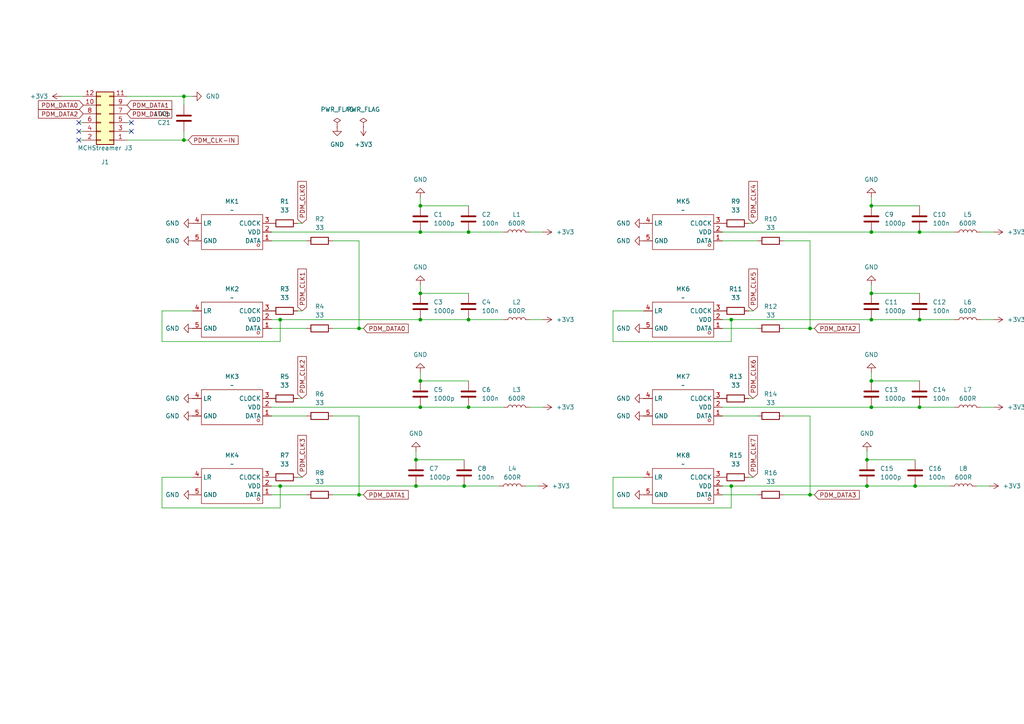
<source format=kicad_sch>
(kicad_sch (version 20231120) (generator "eeschema") (generator_version "8.0")
  (paper "A4")
  (lib_symbols
    (symbol "74LCX125MTCX:74LCX125MTCX"
      (property "Reference" "IC" (at 24.13 7.62 0))
      (property "Value" "74LCX125MTCX" (at 24.13 5.08 0))
      (symbol "74LCX125MTCX_1_1"
        (pin passive line (at 0 0 0) (length 5.08) (name "~{OE0}") (number "1"))
        (pin passive line (at 27.94 -10.16 180) (length 5.08) (name "~{OE3}") (number "10"))
        (pin passive line (at 27.94 -7.62 180) (length 5.08) (name "O2") (number "11"))
        (pin passive line (at 27.94 -5.08 180) (length 5.08) (name "A2") (number "12"))
        (pin passive line (at 27.94 -2.54 180) (length 5.08) (name "~{OE2}") (number "13"))
        (pin passive line (at 27.94 0 180) (length 5.08) (name "VCC") (number "14"))
        (pin passive line (at 0 -2.54 0) (length 5.08) (name "A0") (number "2"))
        (pin passive line (at 0 -5.08 0) (length 5.08) (name "O0") (number "3"))
        (pin passive line (at 0 -7.62 0) (length 5.08) (name "~{OE1}") (number "4"))
        (pin passive line (at 0 -10.16 0) (length 5.08) (name "A1") (number "5"))
        (pin passive line (at 0 -12.7 0) (length 5.08) (name "O1") (number "6"))
        (pin passive line (at 0 -15.24 0) (length 5.08) (name "GND") (number "7"))
        (pin passive line (at 27.94 -15.24 180) (length 5.08) (name "O3") (number "8"))
        (pin passive line (at 27.94 -12.7 180) (length 5.08) (name "A3") (number "9"))
      )
    )
    (symbol "Connector_Generic:Conn_02x06_Odd_Even" (pin_names (offset 1.016) hide)
      (property "Reference" "J" (at 1.27 7.62 0))
      (property "Value" "Conn_02x06_Odd_Even" (at 1.27 -10.16 0))
      (symbol "Conn_02x06_Odd_Even_1_1"
        (pin passive line (at -5.08 5.08 0) (length 3.81) (name "Pin_1") (number "1"))
        (pin passive line (at 7.62 -5.08 180) (length 3.81) (name "Pin_10") (number "10"))
        (pin passive line (at -5.08 -7.62 0) (length 3.81) (name "Pin_11") (number "11"))
        (pin passive line (at 7.62 -7.62 180) (length 3.81) (name "Pin_12") (number "12"))
        (pin passive line (at 7.62 5.08 180) (length 3.81) (name "Pin_2") (number "2"))
        (pin passive line (at -5.08 2.54 0) (length 3.81) (name "Pin_3") (number "3"))
        (pin passive line (at 7.62 2.54 180) (length 3.81) (name "Pin_4") (number "4"))
        (pin passive line (at -5.08 0 0) (length 3.81) (name "Pin_5") (number "5"))
        (pin passive line (at 7.62 0 180) (length 3.81) (name "Pin_6") (number "6"))
        (pin passive line (at -5.08 -2.54 0) (length 3.81) (name "Pin_7") (number "7"))
        (pin passive line (at 7.62 -2.54 180) (length 3.81) (name "Pin_8") (number "8"))
        (pin passive line (at -5.08 -5.08 0) (length 3.81) (name "Pin_9") (number "9"))
      )
    )
    (symbol "Device:C" (pin_numbers hide) (pin_names (offset 0.254))
      (property "Reference" "C" (at 0.635 2.54 0))
      (property "Value" "C" (at 0.635 -2.54 0))
      (symbol "C_1_1"
        (pin passive line (at 0 3.81 270) (length 2.794) (name "~") (number "1"))
        (pin passive line (at 0 -3.81 90) (length 2.794) (name "~") (number "2"))
      )
    )
    (symbol "Device:L" (pin_numbers hide) (pin_names (offset 1.016) hide)
      (property "Reference" "L" (at -1.27 0 90))
      (property "Value" "L" (at 1.905 0 90))
      (symbol "L_1_1"
        (pin passive line (at 0 3.81 270) (length 1.27) (name "1") (number "1"))
        (pin passive line (at 0 -3.81 90) (length 1.27) (name "2") (number "2"))
      )
    )
    (symbol "Device:R" (pin_numbers hide) (pin_names (offset 0))
      (property "Reference" "R" (at 2.032 0 90))
      (property "Value" "R" (at 0 0 90))
      (symbol "R_1_1"
        (pin passive line (at 0 3.81 270) (length 1.27) (name "~") (number "1"))
        (pin passive line (at 0 -3.81 90) (length 1.27) (name "~") (number "2"))
      )
    )
    (symbol "ProLib_pcs_2024-08-11:IM73D122V01XTMA1"
      (property "Reference" "U?" (at 0 0 0))
      (symbol "IM73D122V01XTMA1_1_0"
        (pin unspecified line (at -11.43 2.54 0) (length 2.54) (name "DATA") (number "1"))
        (pin unspecified line (at -11.43 0 0) (length 2.54) (name "VDD") (number "2"))
        (pin unspecified line (at -11.43 -2.54 0) (length 2.54) (name "CLOCK") (number "3"))
        (pin unspecified line (at 11.43 -2.54 180) (length 2.54) (name "LR") (number "4"))
        (pin unspecified line (at 11.43 2.54 180) (length 2.54) (name "GND") (number "5"))
      )
    )
    (symbol "power:+3V3" (power) (pin_numbers hide) (pin_names (offset 0) hide)
      (property "Value" "+3V3" (at 0 3.556 0))
      (symbol "+3V3_1_1"
        (pin power_in line (at 0 0 90) (length 0) (name "~") (number "1"))
      )
    )
    (symbol "power:GND" (power) (pin_numbers hide) (pin_names (offset 0) hide)
      (property "Value" "GND" (at 0 -3.81 0))
      (symbol "GND_1_1"
        (pin power_in line (at 0 0 270) (length 0) (name "~") (number "1"))
      )
    )
    (symbol "power:PWR_FLAG" (power) (pin_numbers hide) (pin_names (offset 0) hide)
      (property "Value" "PWR_FLAG" (at 0 3.81 0))
      (symbol "PWR_FLAG_0_0"
        (pin power_out line (at 0 0 90) (length 0) (name "~") (number "1"))
      )
    )
  )
  (junction (at 135.89 67.31))
  (junction (at 135.89 92.71))
  (junction (at 251.46 140.97))
  (junction (at 104.14 95.25))
  (junction (at 252.73 92.71))
  (junction (at 251.46 133.35))
  (junction (at 266.7 118.11))
  (junction (at 212.09 140.97))
  (junction (at 62.23 255.27))
  (junction (at 198.12 242.57))
  (junction (at 256.54 232.41))
  (junction (at 81.28 140.97))
  (junction (at 234.95 95.25))
  (junction (at 120.65 140.97))
  (junction (at 128.27 240.03))
  (junction (at 238.76 245.11))
  (junction (at 114.3 240.03))
  (junction (at 121.92 92.71))
  (junction (at 92.71 250.19))
  (junction (at 96.52 245.11))
  (junction (at 198.12 236.22))
  (junction (at 212.09 92.71))
  (junction (at 59.69 247.65))
  (junction (at 121.92 118.11))
  (junction (at 265.43 140.97))
  (junction (at 234.95 143.51))
  (junction (at 270.51 240.03))
  (junction (at 55.88 242.57))
  (junction (at 252.73 59.69))
  (junction (at 121.92 67.31))
  (junction (at 121.92 110.49))
  (junction (at 266.7 92.71))
  (junction (at 252.73 110.49))
  (junction (at 104.14 143.51))
  (junction (at 134.62 140.97))
  (junction (at 252.73 67.31))
  (junction (at 252.73 85.09))
  (junction (at 204.47 255.27))
  (junction (at 135.89 118.11))
  (junction (at 256.54 240.03))
  (junction (at 121.92 59.69))
  (junction (at 252.73 118.11))
  (junction (at 81.28 92.71))
  (junction (at 121.92 85.09))
  (junction (at 53.34 40.64))
  (junction (at 201.93 247.65))
  (junction (at 114.3 232.41))
  (junction (at 266.7 67.31))
  (junction (at 234.95 250.19))
  (junction (at 53.34 27.94))
  (junction (at 120.65 133.35))
  (junction (at 55.88 236.22))
  (no_connect (at 38.1 38.1))
  (no_connect (at 22.86 40.64))
  (no_connect (at 22.86 35.56))
  (no_connect (at 22.86 38.1))
  (no_connect (at 38.1 35.56))
  (wire (pts (xy 193.04 245.11) (xy 204.47 245.11)))
  (wire (pts (xy 252.73 107.95) (xy 252.73 110.49)))
  (wire (pts (xy 38.1 38.1) (xy 36.83 38.1)))
  (wire (pts (xy 234.95 143.51) (xy 236.22 143.51)))
  (wire (pts (xy 198.12 236.22) (xy 198.12 242.57)))
  (wire (pts (xy 90.17 247.65) (xy 100.33 247.65)))
  (wire (pts (xy 46.99 99.06) (xy 81.28 99.06)))
  (wire (pts (xy 212.09 99.06) (xy 212.09 92.71)))
  (wire (pts (xy 234.95 250.19) (xy 234.95 264.16)))
  (wire (pts (xy 59.69 247.65) (xy 59.69 255.27)))
  (wire (pts (xy 201.93 247.65) (xy 201.93 255.27)))
  (wire (pts (xy 152.4 140.97) (xy 156.21 140.97)))
  (wire (pts (xy 81.28 99.06) (xy 81.28 92.71)))
  (wire (pts (xy 55.88 242.57) (xy 62.23 242.57)))
  (wire (pts (xy 62.23 240.03) (xy 59.69 240.03)))
  (wire (pts (xy 114.3 240.03) (xy 128.27 240.03)))
  (wire (pts (xy 256.54 232.41) (xy 270.51 232.41)))
  (wire (pts (xy 217.17 138.43) (xy 218.44 138.43)))
  (wire (pts (xy 250.19 247.65) (xy 254 247.65)))
  (wire (pts (xy 209.55 95.25) (xy 219.71 95.25)))
  (wire (pts (xy 153.67 92.71) (xy 157.48 92.71)))
  (wire (pts (xy 39.37 245.11) (xy 43.18 245.11)))
  (wire (pts (xy 251.46 140.97) (xy 265.43 140.97)))
  (wire (pts (xy 104.14 95.25) (xy 105.41 95.25)))
  (wire (pts (xy 53.34 27.94) (xy 53.34 30.48)))
  (wire (pts (xy 46.99 90.17) (xy 55.88 90.17)))
  (wire (pts (xy 198.12 242.57) (xy 204.47 242.57)))
  (wire (pts (xy 252.73 110.49) (xy 266.7 110.49)))
  (wire (pts (xy 96.52 252.73) (xy 96.52 245.11)))
  (wire (pts (xy 81.28 140.97) (xy 120.65 140.97)))
  (wire (pts (xy 121.92 110.49) (xy 135.89 110.49)))
  (wire (pts (xy 114.3 232.41) (xy 128.27 232.41)))
  (wire (pts (xy 90.17 242.57) (xy 92.71 242.57)))
  (wire (pts (xy 121.92 82.55) (xy 121.92 85.09)))
  (wire (pts (xy 252.73 92.71) (xy 266.7 92.71)))
  (wire (pts (xy 251.46 130.81) (xy 251.46 133.35)))
  (wire (pts (xy 104.14 69.85) (xy 104.14 95.25)))
  (wire (pts (xy 177.8 99.06) (xy 212.09 99.06)))
  (wire (pts (xy 252.73 85.09) (xy 266.7 85.09)))
  (wire (pts (xy 50.8 245.11) (xy 62.23 245.11)))
  (wire (pts (xy 252.73 82.55) (xy 252.73 85.09)))
  (wire (pts (xy 121.92 107.95) (xy 121.92 110.49)))
  (wire (pts (xy 238.76 252.73) (xy 238.76 245.11)))
  (wire (pts (xy 135.89 118.11) (xy 146.05 118.11)))
  (wire (pts (xy 227.33 143.51) (xy 234.95 143.51)))
  (wire (pts (xy 153.67 67.31) (xy 157.48 67.31)))
  (wire (pts (xy 201.93 247.65) (xy 204.47 247.65)))
  (wire (pts (xy 209.55 120.65) (xy 219.71 120.65)))
  (wire (pts (xy 59.69 247.65) (xy 62.23 247.65)))
  (wire (pts (xy 78.74 120.65) (xy 88.9 120.65)))
  (wire (pts (xy 92.71 250.19) (xy 92.71 264.16)))
  (wire (pts (xy 87.63 64.77) (xy 86.36 64.77)))
  (wire (pts (xy 120.65 133.35) (xy 134.62 133.35)))
  (wire (pts (xy 234.95 95.25) (xy 227.33 95.25)))
  (wire (pts (xy 86.36 90.17) (xy 87.63 90.17)))
  (wire (pts (xy 121.92 57.15) (xy 121.92 59.69)))
  (wire (pts (xy 78.74 140.97) (xy 81.28 140.97)))
  (wire (pts (xy 209.55 92.71) (xy 212.09 92.71)))
  (wire (pts (xy 22.86 40.64) (xy 24.13 40.64)))
  (wire (pts (xy 104.14 143.51) (xy 105.41 143.51)))
  (wire (pts (xy 22.86 35.56) (xy 24.13 35.56)))
  (wire (pts (xy 232.41 252.73) (xy 238.76 252.73)))
  (wire (pts (xy 90.17 250.19) (xy 92.71 250.19)))
  (wire (pts (xy 90.17 255.27) (xy 100.33 255.27)))
  (wire (pts (xy 232.41 240.03) (xy 256.54 240.03)))
  (wire (pts (xy 128.27 240.03) (xy 138.43 240.03)))
  (wire (pts (xy 184.15 236.22) (xy 185.42 236.22)))
  (wire (pts (xy 134.62 140.97) (xy 144.78 140.97)))
  (wire (pts (xy 81.28 92.71) (xy 121.92 92.71)))
  (wire (pts (xy 198.12 250.19) (xy 198.12 242.57)))
  (wire (pts (xy 234.95 69.85) (xy 227.33 69.85)))
  (wire (pts (xy 232.41 245.11) (xy 238.76 245.11)))
  (wire (pts (xy 201.93 255.27) (xy 204.47 255.27)))
  (wire (pts (xy 120.65 140.97) (xy 134.62 140.97)))
  (wire (pts (xy 87.63 115.57) (xy 86.36 115.57)))
  (wire (pts (xy 104.14 69.85) (xy 96.52 69.85)))
  (wire (pts (xy 22.86 38.1) (xy 24.13 38.1)))
  (wire (pts (xy 212.09 140.97) (xy 251.46 140.97)))
  (wire (pts (xy 55.88 250.19) (xy 55.88 242.57)))
  (wire (pts (xy 209.55 143.51) (xy 219.71 143.51)))
  (wire (pts (xy 96.52 143.51) (xy 104.14 143.51)))
  (wire (pts (xy 86.36 138.43) (xy 87.63 138.43)))
  (wire (pts (xy 78.74 92.71) (xy 81.28 92.71)))
  (wire (pts (xy 92.71 242.57) (xy 92.71 250.19)))
  (wire (pts (xy 218.44 115.57) (xy 217.17 115.57)))
  (wire (pts (xy 104.14 120.65) (xy 96.52 120.65)))
  (wire (pts (xy 46.99 138.43) (xy 46.99 147.32)))
  (wire (pts (xy 62.23 250.19) (xy 55.88 250.19)))
  (wire (pts (xy 209.55 118.11) (xy 252.73 118.11)))
  (wire (pts (xy 198.12 236.22) (xy 238.76 236.22)))
  (wire (pts (xy 78.74 67.31) (xy 121.92 67.31)))
  (wire (pts (xy 251.46 133.35) (xy 265.43 133.35)))
  (wire (pts (xy 177.8 147.32) (xy 212.09 147.32)))
  (wire (pts (xy 104.14 95.25) (xy 96.52 95.25)))
  (wire (pts (xy 256.54 229.87) (xy 256.54 232.41)))
  (wire (pts (xy 193.04 236.22) (xy 198.12 236.22)))
  (wire (pts (xy 121.92 92.71) (xy 135.89 92.71)))
  (wire (pts (xy 177.8 90.17) (xy 177.8 99.06)))
  (wire (pts (xy 121.92 59.69) (xy 135.89 59.69)))
  (wire (pts (xy 252.73 57.15) (xy 252.73 59.69)))
  (wire (pts (xy 96.52 245.11) (xy 96.52 236.22)))
  (wire (pts (xy 238.76 245.11) (xy 238.76 236.22)))
  (wire (pts (xy 54.61 40.64) (xy 53.34 40.64)))
  (wire (pts (xy 204.47 240.03) (xy 201.93 240.03)))
  (wire (pts (xy 204.47 250.19) (xy 198.12 250.19)))
  (wire (pts (xy 153.67 118.11) (xy 157.48 118.11)))
  (wire (pts (xy 234.95 120.65) (xy 227.33 120.65)))
  (wire (pts (xy 218.44 64.77) (xy 217.17 64.77)))
  (wire (pts (xy 135.89 67.31) (xy 146.05 67.31)))
  (wire (pts (xy 252.73 118.11) (xy 266.7 118.11)))
  (wire (pts (xy 90.17 240.03) (xy 114.3 240.03)))
  (wire (pts (xy 53.34 27.94) (xy 36.83 27.94)))
  (wire (pts (xy 78.74 143.51) (xy 88.9 143.51)))
  (wire (pts (xy 232.41 250.19) (xy 234.95 250.19)))
  (wire (pts (xy 121.92 85.09) (xy 135.89 85.09)))
  (wire (pts (xy 39.37 252.73) (xy 43.18 252.73)))
  (wire (pts (xy 284.48 67.31) (xy 288.29 67.31)))
  (wire (pts (xy 55.88 236.22) (xy 55.88 242.57)))
  (wire (pts (xy 55.88 138.43) (xy 46.99 138.43)))
  (wire (pts (xy 50.8 252.73) (xy 62.23 252.73)))
  (wire (pts (xy 266.7 118.11) (xy 276.86 118.11)))
  (wire (pts (xy 212.09 92.71) (xy 252.73 92.71)))
  (wire (pts (xy 177.8 138.43) (xy 177.8 147.32)))
  (wire (pts (xy 234.95 95.25) (xy 236.22 95.25)))
  (wire (pts (xy 46.99 147.32) (xy 81.28 147.32)))
  (wire (pts (xy 217.17 90.17) (xy 218.44 90.17)))
  (wire (pts (xy 186.69 138.43) (xy 177.8 138.43)))
  (wire (pts (xy 135.89 92.71) (xy 146.05 92.71)))
  (wire (pts (xy 232.41 242.57) (xy 234.95 242.57)))
  (wire (pts (xy 204.47 255.27) (xy 204.47 264.16)))
  (wire (pts (xy 90.17 252.73) (xy 96.52 252.73)))
  (wire (pts (xy 232.41 255.27) (xy 242.57 255.27)))
  (wire (pts (xy 181.61 245.11) (xy 185.42 245.11)))
  (wire (pts (xy 78.74 95.25) (xy 88.9 95.25)))
  (wire (pts (xy 78.74 118.11) (xy 121.92 118.11)))
  (wire (pts (xy 181.61 252.73) (xy 185.42 252.73)))
  (wire (pts (xy 17.78 27.94) (xy 24.13 27.94)))
  (wire (pts (xy 121.92 67.31) (xy 135.89 67.31)))
  (wire (pts (xy 266.7 92.71) (xy 276.86 92.71)))
  (wire (pts (xy 121.92 118.11) (xy 135.89 118.11)))
  (wire (pts (xy 107.95 255.27) (xy 111.76 255.27)))
  (wire (pts (xy 232.41 247.65) (xy 242.57 247.65)))
  (wire (pts (xy 209.55 140.97) (xy 212.09 140.97)))
  (wire (pts (xy 59.69 240.03) (xy 59.69 247.65)))
  (wire (pts (xy 252.73 67.31) (xy 266.7 67.31)))
  (wire (pts (xy 256.54 240.03) (xy 270.51 240.03)))
  (wire (pts (xy 252.73 59.69) (xy 266.7 59.69)))
  (wire (pts (xy 78.74 69.85) (xy 88.9 69.85)))
  (wire (pts (xy 46.99 90.17) (xy 46.99 99.06)))
  (wire (pts (xy 234.95 120.65) (xy 234.95 143.51)))
  (wire (pts (xy 55.88 27.94) (xy 53.34 27.94)))
  (wire (pts (xy 209.55 69.85) (xy 219.71 69.85)))
  (wire (pts (xy 59.69 255.27) (xy 62.23 255.27)))
  (wire (pts (xy 90.17 245.11) (xy 96.52 245.11)))
  (wire (pts (xy 50.8 236.22) (xy 55.88 236.22)))
  (wire (pts (xy 41.91 236.22) (xy 43.18 236.22)))
  (wire (pts (xy 266.7 67.31) (xy 276.86 67.31)))
  (wire (pts (xy 284.48 92.71) (xy 288.29 92.71)))
  (wire (pts (xy 62.23 255.27) (xy 62.23 264.16)))
  (wire (pts (xy 265.43 140.97) (xy 275.59 140.97)))
  (wire (pts (xy 81.28 140.97) (xy 81.28 147.32)))
  (wire (pts (xy 201.93 240.03) (xy 201.93 247.65)))
  (wire (pts (xy 53.34 38.1) (xy 53.34 40.64)))
  (wire (pts (xy 193.04 252.73) (xy 204.47 252.73)))
  (wire (pts (xy 209.55 67.31) (xy 252.73 67.31)))
  (wire (pts (xy 283.21 140.97) (xy 287.02 140.97)))
  (wire (pts (xy 212.09 140.97) (xy 212.09 147.32)))
  (wire (pts (xy 104.14 120.65) (xy 104.14 143.51)))
  (wire (pts (xy 53.34 40.64) (xy 36.83 40.64)))
  (wire (pts (xy 107.95 247.65) (xy 111.76 247.65)))
  (wire (pts (xy 250.19 255.27) (xy 254 255.27)))
  (wire (pts (xy 284.48 118.11) (xy 288.29 118.11)))
  (wire (pts (xy 234.95 242.57) (xy 234.95 250.19)))
  (wire (pts (xy 55.88 236.22) (xy 96.52 236.22)))
  (wire (pts (xy 120.65 130.81) (xy 120.65 133.35)))
  (wire (pts (xy 114.3 229.87) (xy 114.3 232.41)))
  (wire (pts (xy 270.51 240.03) (xy 280.67 240.03)))
  (wire (pts (xy 38.1 35.56) (xy 36.83 35.56)))
  (wire (pts (xy 234.95 69.85) (xy 234.95 95.25)))
  (wire (pts (xy 177.8 90.17) (xy 186.69 90.17)))
  (global_label "PDM_CLK6" (shape input) (at 254 255.27 0) (property "Intersheetrefs" "${INTERSHEET_REFS}" (effects (hide yes))))
  (global_label "PDM_CLK2" (shape input) (at 111.76 255.27 0) (property "Intersheetrefs" "${INTERSHEET_REFS}" (effects (hide yes))))
  (global_label "PDM_CLK-IN" (shape input) (at 54.61 40.64 0) (property "Intersheetrefs" "${INTERSHEET_REFS}" (effects (hide yes))))
  (global_label "PDM_DATA2" (shape input) (at 236.22 95.25 0) (property "Intersheetrefs" "${INTERSHEET_REFS}" (effects (hide yes))))
  (global_label "PDM_CLK5" (shape input) (at 218.44 90.17 90) (property "Intersheetrefs" "${INTERSHEET_REFS}" (effects (hide yes))))
  (global_label "PDM_DATA2" (shape input) (at 24.13 33.02 180) (property "Intersheetrefs" "${INTERSHEET_REFS}" (effects (hide yes))))
  (global_label "PDM_CLK7" (shape input) (at 254 247.65 0) (property "Intersheetrefs" "${INTERSHEET_REFS}" (effects (hide yes))))
  (global_label "PDM_DATA3" (shape input) (at 36.83 33.02 0) (property "Intersheetrefs" "${INTERSHEET_REFS}" (effects (hide yes))))
  (global_label "PDM_CLK-IN" (shape input) (at 41.91 236.22 180) (property "Intersheetrefs" "${INTERSHEET_REFS}" (effects (hide yes))))
  (global_label "PDM_CLK-IN" (shape input) (at 184.15 236.22 180) (property "Intersheetrefs" "${INTERSHEET_REFS}" (effects (hide yes))))
  (global_label "PDM_CLK3" (shape input) (at 87.63 138.43 90) (property "Intersheetrefs" "${INTERSHEET_REFS}" (effects (hide yes))))
  (global_label "PDM_CLK1" (shape input) (at 39.37 252.73 180) (property "Intersheetrefs" "${INTERSHEET_REFS}" (effects (hide yes))))
  (global_label "PDM_CLK0" (shape input) (at 87.63 64.77 90) (property "Intersheetrefs" "${INTERSHEET_REFS}" (effects (hide yes))))
  (global_label "PDM_DATA1" (shape input) (at 36.83 30.48 0) (property "Intersheetrefs" "${INTERSHEET_REFS}" (effects (hide yes))))
  (global_label "PDM_CLK5" (shape input) (at 181.61 252.73 180) (property "Intersheetrefs" "${INTERSHEET_REFS}" (effects (hide yes))))
  (global_label "PDM_CLK0" (shape input) (at 39.37 245.11 180) (property "Intersheetrefs" "${INTERSHEET_REFS}" (effects (hide yes))))
  (global_label "PDM_DATA0" (shape input) (at 105.41 95.25 0) (property "Intersheetrefs" "${INTERSHEET_REFS}" (effects (hide yes))))
  (global_label "PDM_CLK4" (shape input) (at 181.61 245.11 180) (property "Intersheetrefs" "${INTERSHEET_REFS}" (effects (hide yes))))
  (global_label "PDM_DATA1" (shape input) (at 105.41 143.51 0) (property "Intersheetrefs" "${INTERSHEET_REFS}" (effects (hide yes))))
  (global_label "PDM_CLK6" (shape input) (at 218.44 115.57 90) (property "Intersheetrefs" "${INTERSHEET_REFS}" (effects (hide yes))))
  (global_label "PDM_DATA3" (shape input) (at 236.22 143.51 0) (property "Intersheetrefs" "${INTERSHEET_REFS}" (effects (hide yes))))
  (global_label "PDM_CLK1" (shape input) (at 87.63 90.17 90) (property "Intersheetrefs" "${INTERSHEET_REFS}" (effects (hide yes))))
  (global_label "PDM_CLK4" (shape input) (at 218.44 64.77 90) (property "Intersheetrefs" "${INTERSHEET_REFS}" (effects (hide yes))))
  (global_label "PDM_CLK2" (shape input) (at 87.63 115.57 90) (property "Intersheetrefs" "${INTERSHEET_REFS}" (effects (hide yes))))
  (global_label "PDM_CLK7" (shape input) (at 218.44 138.43 90) (property "Intersheetrefs" "${INTERSHEET_REFS}" (effects (hide yes))))
  (global_label "PDM_DATA0" (shape input) (at 24.13 30.48 180) (property "Intersheetrefs" "${INTERSHEET_REFS}" (effects (hide yes))))
  (global_label "PDM_CLK3" (shape input) (at 111.76 247.65 0) (property "Intersheetrefs" "${INTERSHEET_REFS}" (effects (hide yes))))
  (symbol (lib_id "power:+3V3") (at 146.05 240.03 270) (unit 1)
    (property "Reference" "#PWR034" (effects (hide yes)))
    (property "Value" "+3V3" (at 149.86 240.0299 90) (effects (justify left)))
    (property "Description" "Power symbol creates a global label with name \"+3V3\"" (effects (hide yes)))
  )
  (symbol (lib_id "power:+3V3") (at 157.48 92.71 270) (unit 1)
    (property "Reference" "#PWR09" (effects (hide yes)))
    (property "Value" "+3V3" (at 161.29 92.7101 90) (effects (justify left)))
    (property "Description" "Power symbol creates a global label with name \"+3V3\"" (effects (hide yes)))
  )
  (symbol (lib_id "74LCX125MTCX:74LCX125MTCX") (at 204.47 240.03 0) (unit 1)
    (property "Reference" "IC2" (at 218.44 232.41 0))
    (property "Value" "74LCX125MTCX" (at 218.44 234.95 0))
    (property "Footprint" "Package_SO:TSSOP-14_4.4x5mm_P0.65mm" (effects (hide yes)))
    (property "Datasheet" "https://www.onsemi.com/pub/Collateral/74LCX125-D.pdf" (effects (hide yes)))
    (property "Description" "ON Semiconductor 74LCX125MTCX Quad Buffer & Line Driver, 3-State, 2  3.6 V, 14-Pin TSSOP" (effects (hide yes)))
    (property "Height" "1.2" (effects (hide yes)))
    (property "Mouser Part Number" "512-74LCX125MTCX" (effects (hide yes)))
    (property "Mouser Price/Stock" "https://www.mouser.co.uk/ProductDetail/ON-Semiconductor-Fairchild/74LCX125MTCX?qs=aUdwP37Aar2vZaAsYMgo4Q%3D%3D" (effects (hide yes)))
    (property "Manufacturer_Name" "onsemi" (effects (hide yes)))
    (property "Manufacturer_Part_Number" "74LCX125MTCX" (effects (hide yes)))
    (property "LCSC Part #" "C141450" (effects (hide yes)))
  )
  (symbol (lib_id "power:+3V3") (at 288.29 92.71 270) (unit 1)
    (property "Reference" "#PWR029" (effects (hide yes)))
    (property "Value" "+3V3" (at 292.1 92.7101 90) (effects (justify left)))
    (property "Description" "Power symbol creates a global label with name \"+3V3\"" (effects (hide yes)))
  )
  (symbol (lib_id "Device:R") (at 46.99 245.11 90) (unit 1)
    (property "Reference" "R18" (at 46.99 240.538 90))
    (property "Value" "33" (at 46.99 243.078 90))
    (property "Footprint" "Resistor_SMD:R_0603_1608Metric_Pad0.98x0.95mm_HandSolder" (effects (hide yes)))
    (property "Description" "Resistor" (effects (hide yes)))
  )
  (symbol (lib_id "Device:L") (at 142.24 240.03 90) (unit 1)
    (property "Reference" "L9" (at 142.24 234.95 90))
    (property "Value" "600R" (at 142.24 237.49 90))
    (property "Footprint" "Inductor_SMD:L_0603_1608Metric_Pad1.05x0.95mm_HandSolder" (effects (hide yes)))
    (property "Description" "Inductor" (effects (hide yes)))
    (property "LCSC Part #" "C2971884" (effects (hide yes)))
  )
  (symbol (lib_id "Device:C") (at 121.92 114.3 0) (unit 1)
    (property "Reference" "C5" (at 125.73 113.0299 0) (effects (justify left)))
    (property "Value" "1000p" (at 125.73 115.5699 0) (effects (justify left)))
    (property "Footprint" "Capacitor_SMD:C_0603_1608Metric_Pad1.08x0.95mm_HandSolder" (effects (hide yes)))
    (property "Description" "Unpolarized capacitor" (effects (hide yes)))
    (property "LCSC Part #" "C71653" (effects (hide yes)))
  )
  (symbol (lib_id "ProLib_pcs_2024-08-11:IM73D122V01XTMA1") (at 198.12 118.11 180) (unit 1)
    (property "Reference" "MK7" (at 198.12 109.22 0))
    (property "Value" "~" (at 198.12 111.76 0))
    (property "Footprint" "ul_IM73D122V01XTMA1:PG-LLGA-5-2_INF" (effects (hide yes)))
  )
  (symbol (lib_id "Device:C") (at 120.65 137.16 0) (unit 1)
    (property "Reference" "C7" (at 124.46 135.8899 0) (effects (justify left)))
    (property "Value" "1000p" (at 124.46 138.4299 0) (effects (justify left)))
    (property "Footprint" "Capacitor_SMD:C_0603_1608Metric_Pad1.08x0.95mm_HandSolder" (effects (hide yes)))
    (property "Description" "Unpolarized capacitor" (effects (hide yes)))
    (property "LCSC Part #" "C71653" (effects (hide yes)))
  )
  (symbol (lib_id "Device:R") (at 92.71 120.65 90) (unit 1)
    (property "Reference" "R6" (at 92.71 114.3 90))
    (property "Value" "33" (at 92.71 116.84 90))
    (property "Footprint" "Resistor_SMD:R_0603_1608Metric_Pad0.98x0.95mm_HandSolder" (effects (hide yes)))
    (property "Description" "Resistor" (effects (hide yes)))
  )
  (symbol (lib_id "power:GND") (at 204.47 264.16 0) (unit 1)
    (property "Reference" "#PWR035" (effects (hide yes)))
    (property "Value" "GND" (at 204.47 269.24 0))
    (property "Description" "Power symbol creates a global label with name \"GND\" , ground" (effects (hide yes)))
  )
  (symbol (lib_id "power:GND") (at 252.73 57.15 180) (unit 1)
    (property "Reference" "#PWR024" (effects (hide yes)))
    (property "Value" "GND" (at 252.73 52.07 0))
    (property "Description" "Power symbol creates a global label with name \"GND\" , ground" (effects (hide yes)))
  )
  (symbol (lib_id "Device:L") (at 149.86 118.11 90) (unit 1)
    (property "Reference" "L3" (at 149.86 113.03 90))
    (property "Value" "600R" (at 149.86 115.57 90))
    (property "Footprint" "Inductor_SMD:L_0603_1608Metric_Pad1.05x0.95mm_HandSolder" (effects (hide yes)))
    (property "Description" "Inductor" (effects (hide yes)))
    (property "LCSC Part #" "C2971884" (effects (hide yes)))
  )
  (symbol (lib_id "power:GND") (at 186.69 115.57 270) (unit 1)
    (property "Reference" "#PWR020" (effects (hide yes)))
    (property "Value" "GND" (at 182.88 115.5699 90) (effects (justify right)))
    (property "Description" "Power symbol creates a global label with name \"GND\" , ground" (effects (hide yes)))
  )
  (symbol (lib_id "power:GND") (at 186.69 120.65 270) (unit 1)
    (property "Reference" "#PWR021" (effects (hide yes)))
    (property "Value" "GND" (at 182.88 120.6499 90) (effects (justify right)))
    (property "Description" "Power symbol creates a global label with name \"GND\" , ground" (effects (hide yes)))
  )
  (symbol (lib_id "Device:R") (at 82.55 115.57 90) (unit 1)
    (property "Reference" "R5" (at 82.55 109.22 90))
    (property "Value" "33" (at 82.55 111.76 90))
    (property "Footprint" "Resistor_SMD:R_0603_1608Metric_Pad0.98x0.95mm_HandSolder" (effects (hide yes)))
    (property "Description" "Resistor" (effects (hide yes)))
  )
  (symbol (lib_id "power:GND") (at 120.65 130.81 180) (unit 1)
    (property "Reference" "#PWR014" (effects (hide yes)))
    (property "Value" "GND" (at 120.65 125.73 0))
    (property "Description" "Power symbol creates a global label with name \"GND\" , ground" (effects (hide yes)))
  )
  (symbol (lib_id "Device:R") (at 213.36 115.57 90) (unit 1)
    (property "Reference" "R13" (at 213.36 109.22 90))
    (property "Value" "33" (at 213.36 111.76 90))
    (property "Footprint" "Resistor_SMD:R_0603_1608Metric_Pad0.98x0.95mm_HandSolder" (effects (hide yes)))
    (property "Description" "Resistor" (effects (hide yes)))
  )
  (symbol (lib_id "Device:L") (at 280.67 118.11 90) (unit 1)
    (property "Reference" "L7" (at 280.67 113.03 90))
    (property "Value" "600R" (at 280.67 115.57 90))
    (property "Footprint" "Inductor_SMD:L_0603_1608Metric_Pad1.05x0.95mm_HandSolder" (effects (hide yes)))
    (property "Description" "Inductor" (effects (hide yes)))
    (property "LCSC Part #" "C2971884" (effects (hide yes)))
  )
  (symbol (lib_id "power:+3V3") (at 288.29 67.31 270) (unit 1)
    (property "Reference" "#PWR028" (effects (hide yes)))
    (property "Value" "+3V3" (at 292.1 67.3101 90) (effects (justify left)))
    (property "Description" "Power symbol creates a global label with name \"+3V3\"" (effects (hide yes)))
  )
  (symbol (lib_id "power:GND") (at 256.54 229.87 180) (unit 1)
    (property "Reference" "#PWR037" (effects (hide yes)))
    (property "Value" "GND" (at 256.54 224.79 0))
    (property "Description" "Power symbol creates a global label with name \"GND\" , ground" (effects (hide yes)))
  )
  (symbol (lib_id "ProLib_pcs_2024-08-11:IM73D122V01XTMA1") (at 67.31 118.11 180) (unit 1)
    (property "Reference" "MK3" (at 67.31 109.22 0))
    (property "Value" "~" (at 67.31 111.76 0))
    (property "Footprint" "ul_IM73D122V01XTMA1:PG-LLGA-5-2_INF" (effects (hide yes)))
  )
  (symbol (lib_id "ProLib_pcs_2024-08-11:IM73D122V01XTMA1") (at 198.12 92.71 180) (unit 1)
    (property "Reference" "MK6" (at 198.12 83.82 0))
    (property "Value" "~" (at 198.12 86.36 0))
    (property "Footprint" "ul_IM73D122V01XTMA1:PG-LLGA-5-2_INF" (effects (hide yes)))
  )
  (symbol (lib_id "Device:R") (at 213.36 90.17 270) (unit 1)
    (property "Reference" "R11" (at 213.36 83.82 90))
    (property "Value" "33" (at 213.36 86.36 90))
    (property "Footprint" "Resistor_SMD:R_0603_1608Metric_Pad0.98x0.95mm_HandSolder" (effects (hide yes)))
    (property "Description" "Resistor" (effects (hide yes)))
  )
  (symbol (lib_id "power:GND") (at 234.95 264.16 0) (unit 1)
    (property "Reference" "#PWR036" (effects (hide yes)))
    (property "Value" "GND" (at 234.95 269.24 0))
    (property "Description" "Power symbol creates a global label with name \"GND\" , ground" (effects (hide yes)))
  )
  (symbol (lib_id "power:GND") (at 92.71 264.16 0) (unit 1)
    (property "Reference" "#PWR032" (effects (hide yes)))
    (property "Value" "GND" (at 92.71 269.24 0))
    (property "Description" "Power symbol creates a global label with name \"GND\" , ground" (effects (hide yes)))
  )
  (symbol (lib_id "74LCX125MTCX:74LCX125MTCX") (at 62.23 240.03 0) (unit 1)
    (property "Reference" "IC1" (at 76.2 232.41 0))
    (property "Value" "74LCX125MTCX" (at 76.2 234.95 0))
    (property "Footprint" "Package_SO:TSSOP-14_4.4x5mm_P0.65mm" (effects (hide yes)))
    (property "Datasheet" "https://www.onsemi.com/pub/Collateral/74LCX125-D.pdf" (effects (hide yes)))
    (property "Description" "ON Semiconductor 74LCX125MTCX Quad Buffer & Line Driver, 3-State, 2  3.6 V, 14-Pin TSSOP" (effects (hide yes)))
    (property "Height" "1.2" (effects (hide yes)))
    (property "Mouser Part Number" "512-74LCX125MTCX" (effects (hide yes)))
    (property "Mouser Price/Stock" "https://www.mouser.co.uk/ProductDetail/ON-Semiconductor-Fairchild/74LCX125MTCX?qs=aUdwP37Aar2vZaAsYMgo4Q%3D%3D" (effects (hide yes)))
    (property "Manufacturer_Name" "onsemi" (effects (hide yes)))
    (property "Manufacturer_Part_Number" "74LCX125MTCX" (effects (hide yes)))
    (property "LCSC Part #" "C141450" (effects (hide yes)))
  )
  (symbol (lib_id "power:GND") (at 251.46 130.81 180) (unit 1)
    (property "Reference" "#PWR023" (effects (hide yes)))
    (property "Value" "GND" (at 251.46 125.73 0))
    (property "Description" "Power symbol creates a global label with name \"GND\" , ground" (effects (hide yes)))
  )
  (symbol (lib_id "Device:R") (at 189.23 245.11 90) (unit 1)
    (property "Reference" "R23" (at 189.23 240.538 90))
    (property "Value" "33" (at 189.23 243.078 90))
    (property "Footprint" "Resistor_SMD:R_0603_1608Metric_Pad0.98x0.95mm_HandSolder" (effects (hide yes)))
    (property "Description" "Resistor" (effects (hide yes)))
  )
  (symbol (lib_id "Device:C") (at 252.73 63.5 0) (unit 1)
    (property "Reference" "C9" (at 256.54 62.2299 0) (effects (justify left)))
    (property "Value" "1000p" (at 256.54 64.7699 0) (effects (justify left)))
    (property "Footprint" "Capacitor_SMD:C_0603_1608Metric_Pad1.08x0.95mm_HandSolder" (effects (hide yes)))
    (property "Description" "Unpolarized capacitor" (effects (hide yes)))
    (property "LCSC Part #" "C71653" (effects (hide yes)))
  )
  (symbol (lib_id "ProLib_pcs_2024-08-11:IM73D122V01XTMA1") (at 67.31 67.31 180) (unit 1)
    (property "Reference" "MK1" (at 67.31 58.42 0))
    (property "Value" "~" (at 67.31 60.96 0))
    (property "Footprint" "ul_IM73D122V01XTMA1:PG-LLGA-5-2_INF" (effects (hide yes)))
  )
  (symbol (lib_id "power:GND") (at 114.3 229.87 180) (unit 1)
    (property "Reference" "#PWR033" (effects (hide yes)))
    (property "Value" "GND" (at 114.3 224.79 0))
    (property "Description" "Power symbol creates a global label with name \"GND\" , ground" (effects (hide yes)))
  )
  (symbol (lib_id "power:+3V3") (at 17.78 27.94 90) (unit 1)
    (property "Reference" "#PWR01" (effects (hide yes)))
    (property "Value" "+3V3" (at 13.97 27.9399 90) (effects (justify left)))
    (property "Description" "Power symbol creates a global label with name \"+3V3\"" (effects (hide yes)))
  )
  (symbol (lib_id "Device:R") (at 189.23 236.22 90) (unit 1)
    (property "Reference" "R22" (at 189.23 229.87 90))
    (property "Value" "33" (at 189.23 232.41 90))
    (property "Footprint" "Resistor_SMD:R_0603_1608Metric_Pad0.98x0.95mm_HandSolder" (effects (hide yes)))
    (property "Description" "Resistor" (effects (hide yes)))
  )
  (symbol (lib_id "power:GND") (at 55.88 143.51 270) (unit 1)
    (property "Reference" "#PWR012" (effects (hide yes)))
    (property "Value" "GND" (at 52.07 143.5099 90) (effects (justify right)))
    (property "Description" "Power symbol creates a global label with name \"GND\" , ground" (effects (hide yes)))
  )
  (symbol (lib_id "Device:C") (at 252.73 88.9 0) (unit 1)
    (property "Reference" "C11" (at 256.54 87.6299 0) (effects (justify left)))
    (property "Value" "1000p" (at 256.54 90.1699 0) (effects (justify left)))
    (property "Footprint" "Capacitor_SMD:C_0603_1608Metric_Pad1.08x0.95mm_HandSolder" (effects (hide yes)))
    (property "Description" "Unpolarized capacitor" (effects (hide yes)))
    (property "LCSC Part #" "C71653" (effects (hide yes)))
  )
  (symbol (lib_id "Device:C") (at 266.7 63.5 0) (unit 1)
    (property "Reference" "C10" (at 270.51 62.2299 0) (effects (justify left)))
    (property "Value" "100n" (at 270.51 64.7699 0) (effects (justify left)))
    (property "Footprint" "Capacitor_SMD:C_0603_1608Metric_Pad1.08x0.95mm_HandSolder" (effects (hide yes)))
    (property "Description" "Unpolarized capacitor" (effects (hide yes)))
    (property "LCSC Part #" "C77055" (effects (hide yes)))
  )
  (symbol (lib_id "Device:R") (at 82.55 138.43 90) (unit 1)
    (property "Reference" "R7" (at 82.55 132.08 90))
    (property "Value" "33" (at 82.55 134.62 90))
    (property "Footprint" "Resistor_SMD:R_0603_1608Metric_Pad0.98x0.95mm_HandSolder" (effects (hide yes)))
    (property "Description" "Resistor" (effects (hide yes)))
  )
  (symbol (lib_id "power:GND") (at 55.88 27.94 90) (unit 1)
    (property "Reference" "#PWR02" (effects (hide yes)))
    (property "Value" "GND" (at 59.69 27.9399 90) (effects (justify right)))
    (property "Description" "Power symbol creates a global label with name \"GND\" , ground" (effects (hide yes)))
  )
  (symbol (lib_id "power:GND") (at 252.73 82.55 180) (unit 1)
    (property "Reference" "#PWR025" (effects (hide yes)))
    (property "Value" "GND" (at 252.73 77.47 0))
    (property "Description" "Power symbol creates a global label with name \"GND\" , ground" (effects (hide yes)))
  )
  (symbol (lib_id "power:+3V3") (at 288.29 118.11 270) (unit 1)
    (property "Reference" "#PWR030" (effects (hide yes)))
    (property "Value" "+3V3" (at 292.1 118.1101 90) (effects (justify left)))
    (property "Description" "Power symbol creates a global label with name \"+3V3\"" (effects (hide yes)))
  )
  (symbol (lib_id "Device:C") (at 128.27 236.22 0) (unit 1)
    (property "Reference" "C18" (at 132.08 234.9499 0) (effects (justify left)))
    (property "Value" "100n" (at 132.08 237.4899 0) (effects (justify left)))
    (property "Footprint" "Capacitor_SMD:C_0603_1608Metric_Pad1.08x0.95mm_HandSolder" (effects (hide yes)))
    (property "Description" "Unpolarized capacitor" (effects (hide yes)))
    (property "LCSC Part #" "C77055" (effects (hide yes)))
  )
  (symbol (lib_id "Device:R") (at 46.99 252.73 90) (unit 1)
    (property "Reference" "R19" (at 46.99 248.158 90))
    (property "Value" "33" (at 46.99 250.698 90))
    (property "Footprint" "Resistor_SMD:R_0603_1608Metric_Pad0.98x0.95mm_HandSolder" (effects (hide yes)))
    (property "Description" "Resistor" (effects (hide yes)))
  )
  (symbol (lib_id "Device:C") (at 135.89 63.5 0) (unit 1)
    (property "Reference" "C2" (at 139.7 62.2299 0) (effects (justify left)))
    (property "Value" "100n" (at 139.7 64.7699 0) (effects (justify left)))
    (property "Footprint" "Capacitor_SMD:C_0603_1608Metric_Pad1.08x0.95mm_HandSolder" (effects (hide yes)))
    (property "Description" "Unpolarized capacitor" (effects (hide yes)))
    (property "LCSC Part #" "C77055" (effects (hide yes)))
  )
  (symbol (lib_id "Device:L") (at 280.67 92.71 90) (unit 1)
    (property "Reference" "L6" (at 280.67 87.63 90))
    (property "Value" "600R" (at 280.67 90.17 90))
    (property "Footprint" "Inductor_SMD:L_0603_1608Metric_Pad1.05x0.95mm_HandSolder" (effects (hide yes)))
    (property "Description" "Inductor" (effects (hide yes)))
    (property "LCSC Part #" "C2971884" (effects (hide yes)))
  )
  (symbol (lib_id "Device:C") (at 121.92 88.9 0) (unit 1)
    (property "Reference" "C3" (at 125.73 87.6299 0) (effects (justify left)))
    (property "Value" "1000p" (at 125.73 90.1699 0) (effects (justify left)))
    (property "Footprint" "Capacitor_SMD:C_0603_1608Metric_Pad1.08x0.95mm_HandSolder" (effects (hide yes)))
    (property "Description" "Unpolarized capacitor" (effects (hide yes)))
    (property "LCSC Part #" "C71653" (effects (hide yes)))
  )
  (symbol (lib_id "Device:R") (at 213.36 138.43 90) (unit 1)
    (property "Reference" "R15" (at 213.36 132.08 90))
    (property "Value" "33" (at 213.36 134.62 90))
    (property "Footprint" "Resistor_SMD:R_0603_1608Metric_Pad0.98x0.95mm_HandSolder" (effects (hide yes)))
    (property "Description" "Resistor" (effects (hide yes)))
  )
  (symbol (lib_id "Device:L") (at 149.86 92.71 90) (unit 1)
    (property "Reference" "L2" (at 149.86 87.63 90))
    (property "Value" "600R" (at 149.86 90.17 90))
    (property "Footprint" "Inductor_SMD:L_0603_1608Metric_Pad1.05x0.95mm_HandSolder" (effects (hide yes)))
    (property "Description" "Inductor" (effects (hide yes)))
    (property "LCSC Part #" "C2971884" (effects (hide yes)))
  )
  (symbol (lib_id "Device:L") (at 149.86 67.31 90) (unit 1)
    (property "Reference" "L1" (at 149.86 62.23 90))
    (property "Value" "600R" (at 149.86 64.77 90))
    (property "Footprint" "Inductor_SMD:L_0603_1608Metric_Pad1.05x0.95mm_HandSolder" (effects (hide yes)))
    (property "Description" "Inductor" (effects (hide yes)))
    (property "LCSC Part #" "C2971884" (effects (hide yes)))
  )
  (symbol (lib_id "power:GND") (at 55.88 95.25 270) (unit 1)
    (property "Reference" "#PWR05" (effects (hide yes)))
    (property "Value" "GND" (at 52.07 95.2499 90) (effects (justify right)))
    (property "Description" "Power symbol creates a global label with name \"GND\" , ground" (effects (hide yes)))
  )
  (symbol (lib_id "power:GND") (at 121.92 82.55 180) (unit 1)
    (property "Reference" "#PWR07" (effects (hide yes)))
    (property "Value" "GND" (at 121.92 77.47 0))
    (property "Description" "Power symbol creates a global label with name \"GND\" , ground" (effects (hide yes)))
  )
  (symbol (lib_id "Device:C") (at 270.51 236.22 0) (unit 1)
    (property "Reference" "C20" (at 274.32 234.9499 0) (effects (justify left)))
    (property "Value" "100n" (at 274.32 237.4899 0) (effects (justify left)))
    (property "Footprint" "Capacitor_SMD:C_0603_1608Metric_Pad1.08x0.95mm_HandSolder" (effects (hide yes)))
    (property "Description" "Unpolarized capacitor" (effects (hide yes)))
    (property "LCSC Part #" "C77055" (effects (hide yes)))
  )
  (symbol (lib_id "Device:C") (at 251.46 137.16 0) (unit 1)
    (property "Reference" "C15" (at 255.27 135.8899 0) (effects (justify left)))
    (property "Value" "1000p" (at 255.27 138.4299 0) (effects (justify left)))
    (property "Footprint" "Capacitor_SMD:C_0603_1608Metric_Pad1.08x0.95mm_HandSolder" (effects (hide yes)))
    (property "Description" "Unpolarized capacitor" (effects (hide yes)))
    (property "LCSC Part #" "C71653" (effects (hide yes)))
  )
  (symbol (lib_id "power:+3V3") (at 156.21 140.97 270) (unit 1)
    (property "Reference" "#PWR016" (effects (hide yes)))
    (property "Value" "+3V3" (at 160.02 140.9701 90) (effects (justify left)))
    (property "Description" "Power symbol creates a global label with name \"+3V3\"" (effects (hide yes)))
  )
  (symbol (lib_id "power:GND") (at 97.79 36.83 0) (unit 1)
    (property "Reference" "#PWR039" (effects (hide yes)))
    (property "Value" "GND" (at 97.79 41.91 0))
    (property "Description" "Power symbol creates a global label with name \"GND\" , ground" (effects (hide yes)))
  )
  (symbol (lib_id "Device:C") (at 135.89 114.3 0) (unit 1)
    (property "Reference" "C6" (at 139.7 113.0299 0) (effects (justify left)))
    (property "Value" "100n" (at 139.7 115.5699 0) (effects (justify left)))
    (property "Footprint" "Capacitor_SMD:C_0603_1608Metric_Pad1.08x0.95mm_HandSolder" (effects (hide yes)))
    (property "Description" "Unpolarized capacitor" (effects (hide yes)))
    (property "LCSC Part #" "C77055" (effects (hide yes)))
  )
  (symbol (lib_id "ProLib_pcs_2024-08-11:IM73D122V01XTMA1") (at 198.12 140.97 180) (unit 1)
    (property "Reference" "MK8" (at 198.12 132.08 0))
    (property "Value" "~" (at 198.12 134.62 0))
    (property "Footprint" "ul_IM73D122V01XTMA1:PG-LLGA-5-2_INF" (effects (hide yes)))
  )
  (symbol (lib_id "Device:R") (at 223.52 69.85 90) (unit 1)
    (property "Reference" "R10" (at 223.52 63.5 90))
    (property "Value" "33" (at 223.52 66.04 90))
    (property "Footprint" "Resistor_SMD:R_0603_1608Metric_Pad0.98x0.95mm_HandSolder" (effects (hide yes)))
    (property "Description" "Resistor" (effects (hide yes)))
  )
  (symbol (lib_id "power:GND") (at 55.88 120.65 270) (unit 1)
    (property "Reference" "#PWR010" (effects (hide yes)))
    (property "Value" "GND" (at 52.07 120.6499 90) (effects (justify right)))
    (property "Description" "Power symbol creates a global label with name \"GND\" , ground" (effects (hide yes)))
  )
  (symbol (lib_id "Device:R") (at 213.36 64.77 90) (unit 1)
    (property "Reference" "R9" (at 213.36 58.42 90))
    (property "Value" "33" (at 213.36 60.96 90))
    (property "Footprint" "Resistor_SMD:R_0603_1608Metric_Pad0.98x0.95mm_HandSolder" (effects (hide yes)))
    (property "Description" "Resistor" (effects (hide yes)))
  )
  (symbol (lib_id "power:GND") (at 252.73 107.95 180) (unit 1)
    (property "Reference" "#PWR026" (effects (hide yes)))
    (property "Value" "GND" (at 252.73 102.87 0))
    (property "Description" "Power symbol creates a global label with name \"GND\" , ground" (effects (hide yes)))
  )
  (symbol (lib_id "ProLib_pcs_2024-08-11:IM73D122V01XTMA1") (at 198.12 67.31 180) (unit 1)
    (property "Reference" "MK5" (at 198.12 58.42 0))
    (property "Value" "~" (at 198.12 60.96 0))
    (property "Footprint" "ul_IM73D122V01XTMA1:PG-LLGA-5-2_INF" (effects (hide yes)))
  )
  (symbol (lib_id "Device:R") (at 223.52 120.65 90) (unit 1)
    (property "Reference" "R14" (at 223.52 114.3 90))
    (property "Value" "33" (at 223.52 116.84 90))
    (property "Footprint" "Resistor_SMD:R_0603_1608Metric_Pad0.98x0.95mm_HandSolder" (effects (hide yes)))
    (property "Description" "Resistor" (effects (hide yes)))
  )
  (symbol (lib_id "power:GND") (at 186.69 143.51 270) (unit 1)
    (property "Reference" "#PWR022" (effects (hide yes)))
    (property "Value" "GND" (at 182.88 143.5099 90) (effects (justify right)))
    (property "Description" "Power symbol creates a global label with name \"GND\" , ground" (effects (hide yes)))
  )
  (symbol (lib_id "power:GND") (at 186.69 69.85 270) (unit 1)
    (property "Reference" "#PWR018" (effects (hide yes)))
    (property "Value" "GND" (at 182.88 69.8499 90) (effects (justify right)))
    (property "Description" "Power symbol creates a global label with name \"GND\" , ground" (effects (hide yes)))
  )
  (symbol (lib_id "power:GND") (at 55.88 64.77 270) (unit 1)
    (property "Reference" "#PWR03" (effects (hide yes)))
    (property "Value" "GND" (at 52.07 64.7699 90) (effects (justify right)))
    (property "Description" "Power symbol creates a global label with name \"GND\" , ground" (effects (hide yes)))
  )
  (symbol (lib_id "power:+3V3") (at 105.41 36.83 180) (unit 1)
    (property "Reference" "#PWR040" (effects (hide yes)))
    (property "Value" "+3V3" (at 105.41 41.91 0))
    (property "Description" "Power symbol creates a global label with name \"+3V3\"" (effects (hide yes)))
  )
  (symbol (lib_id "power:+3V3") (at 288.29 240.03 270) (unit 1)
    (property "Reference" "#PWR038" (effects (hide yes)))
    (property "Value" "+3V3" (at 292.1 240.0299 90) (effects (justify left)))
    (property "Description" "Power symbol creates a global label with name \"+3V3\"" (effects (hide yes)))
  )
  (symbol (lib_id "power:GND") (at 121.92 57.15 180) (unit 1)
    (property "Reference" "#PWR06" (effects (hide yes)))
    (property "Value" "GND" (at 121.92 52.07 0))
    (property "Description" "Power symbol creates a global label with name \"GND\" , ground" (effects (hide yes)))
  )
  (symbol (lib_id "power:PWR_FLAG") (at 97.79 36.83 0) (unit 1)
    (property "Reference" "#FLG01" (effects (hide yes)))
    (property "Value" "PWR_FLAG" (at 97.79 31.75 0))
    (property "Description" "Special symbol for telling ERC where power comes from" (effects (hide yes)))
  )
  (symbol (lib_id "ProLib_pcs_2024-08-11:IM73D122V01XTMA1") (at 67.31 140.97 180) (unit 1)
    (property "Reference" "MK4" (at 67.31 132.08 0))
    (property "Value" "~" (at 67.31 134.62 0))
    (property "Footprint" "ul_IM73D122V01XTMA1:PG-LLGA-5-2_INF" (effects (hide yes)))
  )
  (symbol (lib_id "Device:R") (at 104.14 255.27 90) (unit 1)
    (property "Reference" "R21" (at 104.14 250.698 90))
    (property "Value" "33" (at 104.14 253.238 90))
    (property "Footprint" "Resistor_SMD:R_0603_1608Metric_Pad0.98x0.95mm_HandSolder" (effects (hide yes)))
    (property "Description" "Resistor" (effects (hide yes)))
  )
  (symbol (lib_id "Device:R") (at 223.52 143.51 90) (unit 1)
    (property "Reference" "R16" (at 223.52 137.16 90))
    (property "Value" "33" (at 223.52 139.7 90))
    (property "Footprint" "Resistor_SMD:R_0603_1608Metric_Pad0.98x0.95mm_HandSolder" (effects (hide yes)))
    (property "Description" "Resistor" (effects (hide yes)))
  )
  (symbol (lib_id "Device:R") (at 189.23 252.73 90) (unit 1)
    (property "Reference" "R24" (at 189.23 248.158 90))
    (property "Value" "33" (at 189.23 250.698 90))
    (property "Footprint" "Resistor_SMD:R_0603_1608Metric_Pad0.98x0.95mm_HandSolder" (effects (hide yes)))
    (property "Description" "Resistor" (effects (hide yes)))
  )
  (symbol (lib_id "Device:C") (at 134.62 137.16 0) (unit 1)
    (property "Reference" "C8" (at 138.43 135.8899 0) (effects (justify left)))
    (property "Value" "100n" (at 138.43 138.4299 0) (effects (justify left)))
    (property "Footprint" "Capacitor_SMD:C_0603_1608Metric_Pad1.08x0.95mm_HandSolder" (effects (hide yes)))
    (property "Description" "Unpolarized capacitor" (effects (hide yes)))
    (property "LCSC Part #" "C77055" (effects (hide yes)))
  )
  (symbol (lib_id "power:PWR_FLAG") (at 105.41 36.83 0) (unit 1)
    (property "Reference" "#FLG02" (effects (hide yes)))
    (property "Value" "PWR_FLAG" (at 105.41 31.75 0))
    (property "Description" "Special symbol for telling ERC where power comes from" (effects (hide yes)))
  )
  (symbol (lib_id "Device:R") (at 92.71 95.25 90) (unit 1)
    (property "Reference" "R4" (at 92.71 88.9 90))
    (property "Value" "33" (at 92.71 91.44 90))
    (property "Footprint" "Resistor_SMD:R_0603_1608Metric_Pad0.98x0.95mm_HandSolder" (effects (hide yes)))
    (property "Description" "Resistor" (effects (hide yes)))
  )
  (symbol (lib_id "Device:L") (at 279.4 140.97 90) (unit 1)
    (property "Reference" "L8" (at 279.4 135.89 90))
    (property "Value" "600R" (at 279.4 138.43 90))
    (property "Footprint" "Inductor_SMD:L_0603_1608Metric_Pad1.05x0.95mm_HandSolder" (effects (hide yes)))
    (property "Description" "Inductor" (effects (hide yes)))
    (property "LCSC Part #" "C2971884" (effects (hide yes)))
  )
  (symbol (lib_id "power:GND") (at 55.88 69.85 270) (unit 1)
    (property "Reference" "#PWR04" (effects (hide yes)))
    (property "Value" "GND" (at 52.07 69.8499 90) (effects (justify right)))
    (property "Description" "Power symbol creates a global label with name \"GND\" , ground" (effects (hide yes)))
  )
  (symbol (lib_id "Device:R") (at 82.55 90.17 270) (unit 1)
    (property "Reference" "R3" (at 82.55 83.82 90))
    (property "Value" "33" (at 82.55 86.36 90))
    (property "Footprint" "Resistor_SMD:R_0603_1608Metric_Pad0.98x0.95mm_HandSolder" (effects (hide yes)))
    (property "Description" "Resistor" (effects (hide yes)))
  )
  (symbol (lib_id "Device:R") (at 223.52 95.25 90) (unit 1)
    (property "Reference" "R12" (at 223.52 88.9 90))
    (property "Value" "33" (at 223.52 91.44 90))
    (property "Footprint" "Resistor_SMD:R_0603_1608Metric_Pad0.98x0.95mm_HandSolder" (effects (hide yes)))
    (property "Description" "Resistor" (effects (hide yes)))
  )
  (symbol (lib_id "Device:R") (at 92.71 69.85 90) (unit 1)
    (property "Reference" "R2" (at 92.71 63.5 90))
    (property "Value" "33" (at 92.71 66.04 90))
    (property "Footprint" "Resistor_SMD:R_0603_1608Metric_Pad0.98x0.95mm_HandSolder" (effects (hide yes)))
    (property "Description" "Resistor" (effects (hide yes)))
  )
  (symbol (lib_id "Device:R") (at 82.55 64.77 90) (unit 1)
    (property "Reference" "R1" (at 82.55 58.42 90))
    (property "Value" "33" (at 82.55 60.96 90))
    (property "Footprint" "Resistor_SMD:R_0603_1608Metric_Pad0.98x0.95mm_HandSolder" (effects (hide yes)))
    (property "Description" "Resistor" (effects (hide yes)))
  )
  (symbol (lib_id "Device:C") (at 265.43 137.16 0) (unit 1)
    (property "Reference" "C16" (at 269.24 135.8899 0) (effects (justify left)))
    (property "Value" "100n" (at 269.24 138.4299 0) (effects (justify left)))
    (property "Footprint" "Capacitor_SMD:C_0603_1608Metric_Pad1.08x0.95mm_HandSolder" (effects (hide yes)))
    (property "Description" "Unpolarized capacitor" (effects (hide yes)))
    (property "LCSC Part #" "C77055" (effects (hide yes)))
  )
  (symbol (lib_id "power:GND") (at 186.69 64.77 270) (unit 1)
    (property "Reference" "#PWR017" (effects (hide yes)))
    (property "Value" "GND" (at 182.88 64.7699 90) (effects (justify right)))
    (property "Description" "Power symbol creates a global label with name \"GND\" , ground" (effects (hide yes)))
  )
  (symbol (lib_id "Device:C") (at 135.89 88.9 0) (unit 1)
    (property "Reference" "C4" (at 139.7 87.6299 0) (effects (justify left)))
    (property "Value" "100n" (at 139.7 90.1699 0) (effects (justify left)))
    (property "Footprint" "Capacitor_SMD:C_0603_1608Metric_Pad1.08x0.95mm_HandSolder" (effects (hide yes)))
    (property "Description" "Unpolarized capacitor" (effects (hide yes)))
    (property "LCSC Part #" "C77055" (effects (hide yes)))
  )
  (symbol (lib_id "Device:C") (at 252.73 114.3 0) (unit 1)
    (property "Reference" "C13" (at 256.54 113.0299 0) (effects (justify left)))
    (property "Value" "1000p" (at 256.54 115.5699 0) (effects (justify left)))
    (property "Footprint" "Capacitor_SMD:C_0603_1608Metric_Pad1.08x0.95mm_HandSolder" (effects (hide yes)))
    (property "Description" "Unpolarized capacitor" (effects (hide yes)))
    (property "LCSC Part #" "C71653" (effects (hide yes)))
  )
  (symbol (lib_id "power:+3V3") (at 157.48 118.11 270) (unit 1)
    (property "Reference" "#PWR015" (effects (hide yes)))
    (property "Value" "+3V3" (at 161.29 118.1101 90) (effects (justify left)))
    (property "Description" "Power symbol creates a global label with name \"+3V3\"" (effects (hide yes)))
  )
  (symbol (lib_id "power:GND") (at 121.92 107.95 180) (unit 1)
    (property "Reference" "#PWR013" (effects (hide yes)))
    (property "Value" "GND" (at 121.92 102.87 0))
    (property "Description" "Power symbol creates a global label with name \"GND\" , ground" (effects (hide yes)))
  )
  (symbol (lib_id "Device:L") (at 148.59 140.97 90) (unit 1)
    (property "Reference" "L4" (at 148.59 135.89 90))
    (property "Value" "600R" (at 148.59 138.43 90))
    (property "Footprint" "Inductor_SMD:L_0603_1608Metric_Pad1.05x0.95mm_HandSolder" (effects (hide yes)))
    (property "Description" "Inductor" (effects (hide yes)))
    (property "LCSC Part #" "C2971884" (effects (hide yes)))
  )
  (symbol (lib_id "Device:R") (at 46.99 236.22 90) (unit 1)
    (property "Reference" "R17" (at 46.99 229.87 90))
    (property "Value" "33" (at 46.99 232.41 90))
    (property "Footprint" "Resistor_SMD:R_0603_1608Metric_Pad0.98x0.95mm_HandSolder" (effects (hide yes)))
    (property "Description" "Resistor" (effects (hide yes)))
  )
  (symbol (lib_id "power:GND") (at 62.23 264.16 0) (unit 1)
    (property "Reference" "#PWR031" (effects (hide yes)))
    (property "Value" "GND" (at 62.23 269.24 0))
    (property "Description" "Power symbol creates a global label with name \"GND\" , ground" (effects (hide yes)))
  )
  (symbol (lib_id "power:GND") (at 55.88 115.57 270) (unit 1)
    (property "Reference" "#PWR011" (effects (hide yes)))
    (property "Value" "GND" (at 52.07 115.5699 90) (effects (justify right)))
    (property "Description" "Power symbol creates a global label with name \"GND\" , ground" (effects (hide yes)))
  )
  (symbol (lib_id "power:GND") (at 186.69 95.25 270) (unit 1)
    (property "Reference" "#PWR019" (effects (hide yes)))
    (property "Value" "GND" (at 182.88 95.2499 90) (effects (justify right)))
    (property "Description" "Power symbol creates a global label with name \"GND\" , ground" (effects (hide yes)))
  )
  (symbol (lib_id "Device:L") (at 284.48 240.03 90) (unit 1)
    (property "Reference" "L10" (at 284.48 234.95 90))
    (property "Value" "600R" (at 284.48 237.49 90))
    (property "Footprint" "Inductor_SMD:L_0603_1608Metric_Pad1.05x0.95mm_HandSolder" (effects (hide yes)))
    (property "Description" "Inductor" (effects (hide yes)))
    (property "LCSC Part #" "C2971884" (effects (hide yes)))
  )
  (symbol (lib_id "Connector_Generic:Conn_02x06_Odd_Even") (at 31.75 35.56 180) (unit 1)
    (property "Reference" "J1" (at 30.48 46.99 0))
    (property "Value" "MCHStreamer J3" (at 30.48 42.926 0))
    (property "Footprint" "Connector_PinHeader_2.00mm:PinHeader_2x06_P2.00mm_Vertical" (effects (hide yes)))
    (property "Description" "Generic connector, double row, 02x06, odd/even pin numbering scheme (row 1 odd numbers, row 2 even numbers), script generated (kicad-library-utils/schlib/autogen/connector/)" (effects (hide yes)))
    (property "LCSC Part #" "C60565" (effects (hide yes)))
  )
  (symbol (lib_id "Device:R") (at 104.14 247.65 90) (unit 1)
    (property "Reference" "R20" (at 104.14 243.078 90))
    (property "Value" "33" (at 104.14 245.618 90))
    (property "Footprint" "Resistor_SMD:R_0603_1608Metric_Pad0.98x0.95mm_HandSolder" (effects (hide yes)))
    (property "Description" "Resistor" (effects (hide yes)))
  )
  (symbol (lib_id "Device:C") (at 114.3 236.22 0) (unit 1)
    (property "Reference" "C17" (at 118.11 234.9499 0) (effects (justify left)))
    (property "Value" "1000p" (at 118.11 237.4899 0) (effects (justify left)))
    (property "Footprint" "Capacitor_SMD:C_0603_1608Metric_Pad1.08x0.95mm_HandSolder" (effects (hide yes)))
    (property "Description" "Unpolarized capacitor" (effects (hide yes)))
    (property "LCSC Part #" "C71653" (effects (hide yes)))
  )
  (symbol (lib_id "Device:C") (at 256.54 236.22 0) (unit 1)
    (property "Reference" "C19" (at 260.35 234.9499 0) (effects (justify left)))
    (property "Value" "1000p" (at 260.35 237.4899 0) (effects (justify left)))
    (property "Footprint" "Capacitor_SMD:C_0603_1608Metric_Pad1.08x0.95mm_HandSolder" (effects (hide yes)))
    (property "Description" "Unpolarized capacitor" (effects (hide yes)))
    (property "LCSC Part #" "C71653" (effects (hide yes)))
  )
  (symbol (lib_id "Device:R") (at 246.38 255.27 90) (unit 1)
    (property "Reference" "R26" (at 246.38 250.698 90))
    (property "Value" "33" (at 246.38 253.238 90))
    (property "Footprint" "Resistor_SMD:R_0603_1608Metric_Pad0.98x0.95mm_HandSolder" (effects (hide yes)))
    (property "Description" "Resistor" (effects (hide yes)))
  )
  (symbol (lib_id "Device:C") (at 266.7 114.3 0) (unit 1)
    (property "Reference" "C14" (at 270.51 113.0299 0) (effects (justify left)))
    (property "Value" "100n" (at 270.51 115.5699 0) (effects (justify left)))
    (property "Footprint" "Capacitor_SMD:C_0603_1608Metric_Pad1.08x0.95mm_HandSolder" (effects (hide yes)))
    (property "Description" "Unpolarized capacitor" (effects (hide yes)))
    (property "LCSC Part #" "C77055" (effects (hide yes)))
  )
  (symbol (lib_id "Device:L") (at 280.67 67.31 90) (unit 1)
    (property "Reference" "L5" (at 280.67 62.23 90))
    (property "Value" "600R" (at 280.67 64.77 90))
    (property "Footprint" "Inductor_SMD:L_0603_1608Metric_Pad1.05x0.95mm_HandSolder" (effects (hide yes)))
    (property "Description" "Inductor" (effects (hide yes)))
    (property "LCSC Part #" "C2971884" (effects (hide yes)))
  )
  (symbol (lib_id "power:+3V3") (at 287.02 140.97 270) (unit 1)
    (property "Reference" "#PWR027" (effects (hide yes)))
    (property "Value" "+3V3" (at 290.83 140.9701 90) (effects (justify left)))
    (property "Description" "Power symbol creates a global label with name \"+3V3\"" (effects (hide yes)))
  )
  (symbol (lib_id "Device:C") (at 53.34 34.29 180) (unit 1)
    (property "Reference" "C21" (at 49.53 35.5601 0) (effects (justify left)))
    (property "Value" "100p" (at 49.53 33.0201 0) (effects (justify left)))
    (property "Footprint" "Capacitor_SMD:C_0603_1608Metric_Pad1.08x0.95mm_HandSolder" (effects (hide yes)))
    (property "Description" "Unpolarized capacitor" (effects (hide yes)))
    (property "LCSC Part #" "C71653" (effects (hide yes)))
  )
  (symbol (lib_id "ProLib_pcs_2024-08-11:IM73D122V01XTMA1") (at 67.31 92.71 180) (unit 1)
    (property "Reference" "MK2" (at 67.31 83.82 0))
    (property "Value" "~" (at 67.31 86.36 0))
    (property "Footprint" "ul_IM73D122V01XTMA1:PG-LLGA-5-2_INF" (effects (hide yes)))
  )
  (symbol (lib_id "power:+3V3") (at 157.48 67.31 270) (unit 1)
    (property "Reference" "#PWR08" (effects (hide yes)))
    (property "Value" "+3V3" (at 161.29 67.3101 90) (effects (justify left)))
    (property "Description" "Power symbol creates a global label with name \"+3V3\"" (effects (hide yes)))
  )
  (symbol (lib_id "Device:R") (at 246.38 247.65 90) (unit 1)
    (property "Reference" "R25" (at 246.38 243.078 90))
    (property "Value" "33" (at 246.38 245.618 90))
    (property "Footprint" "Resistor_SMD:R_0603_1608Metric_Pad0.98x0.95mm_HandSolder" (effects (hide yes)))
    (property "Description" "Resistor" (effects (hide yes)))
  )
  (symbol (lib_id "Device:R") (at 92.71 143.51 90) (unit 1)
    (property "Reference" "R8" (at 92.71 137.16 90))
    (property "Value" "33" (at 92.71 139.7 90))
    (property "Footprint" "Resistor_SMD:R_0603_1608Metric_Pad0.98x0.95mm_HandSolder" (effects (hide yes)))
    (property "Description" "Resistor" (effects (hide yes)))
  )
  (symbol (lib_id "Device:C") (at 266.7 88.9 0) (unit 1)
    (property "Reference" "C12" (at 270.51 87.6299 0) (effects (justify left)))
    (property "Value" "100n" (at 270.51 90.1699 0) (effects (justify left)))
    (property "Footprint" "Capacitor_SMD:C_0603_1608Metric_Pad1.08x0.95mm_HandSolder" (effects (hide yes)))
    (property "Description" "Unpolarized capacitor" (effects (hide yes)))
    (property "LCSC Part #" "C77055" (effects (hide yes)))
  )
  (symbol (lib_id "Device:C") (at 121.92 63.5 0) (unit 1)
    (property "Reference" "C1" (at 125.73 62.2299 0) (effects (justify left)))
    (property "Value" "1000p" (at 125.73 64.7699 0) (effects (justify left)))
    (property "Footprint" "Capacitor_SMD:C_0603_1608Metric_Pad1.08x0.95mm_HandSolder" (effects (hide yes)))
    (property "Description" "Unpolarized capacitor" (effects (hide yes)))
    (property "LCSC Part #" "C71653" (effects (hide yes)))
  )
)
</source>
